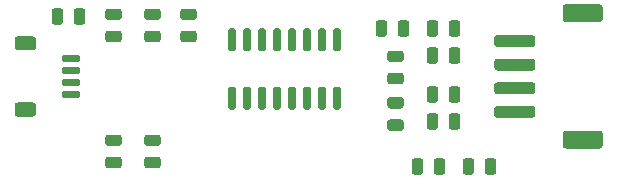
<source format=gbr>
%TF.GenerationSoftware,KiCad,Pcbnew,(5.1.6-0-10_14)*%
%TF.CreationDate,2020-11-28T13:39:01-08:00*%
%TF.ProjectId,NAU7802_Dual_24-bit_ADC,4e415537-3830-4325-9f44-75616c5f3234,v02*%
%TF.SameCoordinates,Original*%
%TF.FileFunction,Paste,Top*%
%TF.FilePolarity,Positive*%
%FSLAX46Y46*%
G04 Gerber Fmt 4.6, Leading zero omitted, Abs format (unit mm)*
G04 Created by KiCad (PCBNEW (5.1.6-0-10_14)) date 2020-11-28 13:39:01*
%MOMM*%
%LPD*%
G01*
G04 APERTURE LIST*
G04 APERTURE END LIST*
%TO.C,U1*%
G36*
G01*
X147343000Y-99465000D02*
X147043000Y-99465000D01*
G75*
G02*
X146893000Y-99315000I0J150000D01*
G01*
X146893000Y-97665000D01*
G75*
G02*
X147043000Y-97515000I150000J0D01*
G01*
X147343000Y-97515000D01*
G75*
G02*
X147493000Y-97665000I0J-150000D01*
G01*
X147493000Y-99315000D01*
G75*
G02*
X147343000Y-99465000I-150000J0D01*
G01*
G37*
G36*
G01*
X148613000Y-99465000D02*
X148313000Y-99465000D01*
G75*
G02*
X148163000Y-99315000I0J150000D01*
G01*
X148163000Y-97665000D01*
G75*
G02*
X148313000Y-97515000I150000J0D01*
G01*
X148613000Y-97515000D01*
G75*
G02*
X148763000Y-97665000I0J-150000D01*
G01*
X148763000Y-99315000D01*
G75*
G02*
X148613000Y-99465000I-150000J0D01*
G01*
G37*
G36*
G01*
X149883000Y-99465000D02*
X149583000Y-99465000D01*
G75*
G02*
X149433000Y-99315000I0J150000D01*
G01*
X149433000Y-97665000D01*
G75*
G02*
X149583000Y-97515000I150000J0D01*
G01*
X149883000Y-97515000D01*
G75*
G02*
X150033000Y-97665000I0J-150000D01*
G01*
X150033000Y-99315000D01*
G75*
G02*
X149883000Y-99465000I-150000J0D01*
G01*
G37*
G36*
G01*
X151153000Y-99465000D02*
X150853000Y-99465000D01*
G75*
G02*
X150703000Y-99315000I0J150000D01*
G01*
X150703000Y-97665000D01*
G75*
G02*
X150853000Y-97515000I150000J0D01*
G01*
X151153000Y-97515000D01*
G75*
G02*
X151303000Y-97665000I0J-150000D01*
G01*
X151303000Y-99315000D01*
G75*
G02*
X151153000Y-99465000I-150000J0D01*
G01*
G37*
G36*
G01*
X152423000Y-99465000D02*
X152123000Y-99465000D01*
G75*
G02*
X151973000Y-99315000I0J150000D01*
G01*
X151973000Y-97665000D01*
G75*
G02*
X152123000Y-97515000I150000J0D01*
G01*
X152423000Y-97515000D01*
G75*
G02*
X152573000Y-97665000I0J-150000D01*
G01*
X152573000Y-99315000D01*
G75*
G02*
X152423000Y-99465000I-150000J0D01*
G01*
G37*
G36*
G01*
X153693000Y-99465000D02*
X153393000Y-99465000D01*
G75*
G02*
X153243000Y-99315000I0J150000D01*
G01*
X153243000Y-97665000D01*
G75*
G02*
X153393000Y-97515000I150000J0D01*
G01*
X153693000Y-97515000D01*
G75*
G02*
X153843000Y-97665000I0J-150000D01*
G01*
X153843000Y-99315000D01*
G75*
G02*
X153693000Y-99465000I-150000J0D01*
G01*
G37*
G36*
G01*
X154963000Y-99465000D02*
X154663000Y-99465000D01*
G75*
G02*
X154513000Y-99315000I0J150000D01*
G01*
X154513000Y-97665000D01*
G75*
G02*
X154663000Y-97515000I150000J0D01*
G01*
X154963000Y-97515000D01*
G75*
G02*
X155113000Y-97665000I0J-150000D01*
G01*
X155113000Y-99315000D01*
G75*
G02*
X154963000Y-99465000I-150000J0D01*
G01*
G37*
G36*
G01*
X156233000Y-99465000D02*
X155933000Y-99465000D01*
G75*
G02*
X155783000Y-99315000I0J150000D01*
G01*
X155783000Y-97665000D01*
G75*
G02*
X155933000Y-97515000I150000J0D01*
G01*
X156233000Y-97515000D01*
G75*
G02*
X156383000Y-97665000I0J-150000D01*
G01*
X156383000Y-99315000D01*
G75*
G02*
X156233000Y-99465000I-150000J0D01*
G01*
G37*
G36*
G01*
X156233000Y-104415000D02*
X155933000Y-104415000D01*
G75*
G02*
X155783000Y-104265000I0J150000D01*
G01*
X155783000Y-102615000D01*
G75*
G02*
X155933000Y-102465000I150000J0D01*
G01*
X156233000Y-102465000D01*
G75*
G02*
X156383000Y-102615000I0J-150000D01*
G01*
X156383000Y-104265000D01*
G75*
G02*
X156233000Y-104415000I-150000J0D01*
G01*
G37*
G36*
G01*
X154963000Y-104415000D02*
X154663000Y-104415000D01*
G75*
G02*
X154513000Y-104265000I0J150000D01*
G01*
X154513000Y-102615000D01*
G75*
G02*
X154663000Y-102465000I150000J0D01*
G01*
X154963000Y-102465000D01*
G75*
G02*
X155113000Y-102615000I0J-150000D01*
G01*
X155113000Y-104265000D01*
G75*
G02*
X154963000Y-104415000I-150000J0D01*
G01*
G37*
G36*
G01*
X153693000Y-104415000D02*
X153393000Y-104415000D01*
G75*
G02*
X153243000Y-104265000I0J150000D01*
G01*
X153243000Y-102615000D01*
G75*
G02*
X153393000Y-102465000I150000J0D01*
G01*
X153693000Y-102465000D01*
G75*
G02*
X153843000Y-102615000I0J-150000D01*
G01*
X153843000Y-104265000D01*
G75*
G02*
X153693000Y-104415000I-150000J0D01*
G01*
G37*
G36*
G01*
X152423000Y-104415000D02*
X152123000Y-104415000D01*
G75*
G02*
X151973000Y-104265000I0J150000D01*
G01*
X151973000Y-102615000D01*
G75*
G02*
X152123000Y-102465000I150000J0D01*
G01*
X152423000Y-102465000D01*
G75*
G02*
X152573000Y-102615000I0J-150000D01*
G01*
X152573000Y-104265000D01*
G75*
G02*
X152423000Y-104415000I-150000J0D01*
G01*
G37*
G36*
G01*
X151153000Y-104415000D02*
X150853000Y-104415000D01*
G75*
G02*
X150703000Y-104265000I0J150000D01*
G01*
X150703000Y-102615000D01*
G75*
G02*
X150853000Y-102465000I150000J0D01*
G01*
X151153000Y-102465000D01*
G75*
G02*
X151303000Y-102615000I0J-150000D01*
G01*
X151303000Y-104265000D01*
G75*
G02*
X151153000Y-104415000I-150000J0D01*
G01*
G37*
G36*
G01*
X149883000Y-104415000D02*
X149583000Y-104415000D01*
G75*
G02*
X149433000Y-104265000I0J150000D01*
G01*
X149433000Y-102615000D01*
G75*
G02*
X149583000Y-102465000I150000J0D01*
G01*
X149883000Y-102465000D01*
G75*
G02*
X150033000Y-102615000I0J-150000D01*
G01*
X150033000Y-104265000D01*
G75*
G02*
X149883000Y-104415000I-150000J0D01*
G01*
G37*
G36*
G01*
X148613000Y-104415000D02*
X148313000Y-104415000D01*
G75*
G02*
X148163000Y-104265000I0J150000D01*
G01*
X148163000Y-102615000D01*
G75*
G02*
X148313000Y-102465000I150000J0D01*
G01*
X148613000Y-102465000D01*
G75*
G02*
X148763000Y-102615000I0J-150000D01*
G01*
X148763000Y-104265000D01*
G75*
G02*
X148613000Y-104415000I-150000J0D01*
G01*
G37*
G36*
G01*
X147343000Y-104415000D02*
X147043000Y-104415000D01*
G75*
G02*
X146893000Y-104265000I0J150000D01*
G01*
X146893000Y-102615000D01*
G75*
G02*
X147043000Y-102465000I150000J0D01*
G01*
X147343000Y-102465000D01*
G75*
G02*
X147493000Y-102615000I0J-150000D01*
G01*
X147493000Y-104265000D01*
G75*
G02*
X147343000Y-104415000I-150000J0D01*
G01*
G37*
%TD*%
%TO.C,C1*%
G36*
G01*
X160579750Y-103350000D02*
X161492250Y-103350000D01*
G75*
G02*
X161736000Y-103593750I0J-243750D01*
G01*
X161736000Y-104081250D01*
G75*
G02*
X161492250Y-104325000I-243750J0D01*
G01*
X160579750Y-104325000D01*
G75*
G02*
X160336000Y-104081250I0J243750D01*
G01*
X160336000Y-103593750D01*
G75*
G02*
X160579750Y-103350000I243750J0D01*
G01*
G37*
G36*
G01*
X160579750Y-105225000D02*
X161492250Y-105225000D01*
G75*
G02*
X161736000Y-105468750I0J-243750D01*
G01*
X161736000Y-105956250D01*
G75*
G02*
X161492250Y-106200000I-243750J0D01*
G01*
X160579750Y-106200000D01*
G75*
G02*
X160336000Y-105956250I0J243750D01*
G01*
X160336000Y-105468750D01*
G75*
G02*
X160579750Y-105225000I243750J0D01*
G01*
G37*
%TD*%
%TO.C,C2*%
G36*
G01*
X161492250Y-100388000D02*
X160579750Y-100388000D01*
G75*
G02*
X160336000Y-100144250I0J243750D01*
G01*
X160336000Y-99656750D01*
G75*
G02*
X160579750Y-99413000I243750J0D01*
G01*
X161492250Y-99413000D01*
G75*
G02*
X161736000Y-99656750I0J-243750D01*
G01*
X161736000Y-100144250D01*
G75*
G02*
X161492250Y-100388000I-243750J0D01*
G01*
G37*
G36*
G01*
X161492250Y-102263000D02*
X160579750Y-102263000D01*
G75*
G02*
X160336000Y-102019250I0J243750D01*
G01*
X160336000Y-101531750D01*
G75*
G02*
X160579750Y-101288000I243750J0D01*
G01*
X161492250Y-101288000D01*
G75*
G02*
X161736000Y-101531750I0J-243750D01*
G01*
X161736000Y-102019250D01*
G75*
G02*
X161492250Y-102263000I-243750J0D01*
G01*
G37*
%TD*%
%TO.C,C3*%
G36*
G01*
X140005750Y-108400000D02*
X140918250Y-108400000D01*
G75*
G02*
X141162000Y-108643750I0J-243750D01*
G01*
X141162000Y-109131250D01*
G75*
G02*
X140918250Y-109375000I-243750J0D01*
G01*
X140005750Y-109375000D01*
G75*
G02*
X139762000Y-109131250I0J243750D01*
G01*
X139762000Y-108643750D01*
G75*
G02*
X140005750Y-108400000I243750J0D01*
G01*
G37*
G36*
G01*
X140005750Y-106525000D02*
X140918250Y-106525000D01*
G75*
G02*
X141162000Y-106768750I0J-243750D01*
G01*
X141162000Y-107256250D01*
G75*
G02*
X140918250Y-107500000I-243750J0D01*
G01*
X140005750Y-107500000D01*
G75*
G02*
X139762000Y-107256250I0J243750D01*
G01*
X139762000Y-106768750D01*
G75*
G02*
X140005750Y-106525000I243750J0D01*
G01*
G37*
%TD*%
%TO.C,C4*%
G36*
G01*
X136703750Y-106525000D02*
X137616250Y-106525000D01*
G75*
G02*
X137860000Y-106768750I0J-243750D01*
G01*
X137860000Y-107256250D01*
G75*
G02*
X137616250Y-107500000I-243750J0D01*
G01*
X136703750Y-107500000D01*
G75*
G02*
X136460000Y-107256250I0J243750D01*
G01*
X136460000Y-106768750D01*
G75*
G02*
X136703750Y-106525000I243750J0D01*
G01*
G37*
G36*
G01*
X136703750Y-108400000D02*
X137616250Y-108400000D01*
G75*
G02*
X137860000Y-108643750I0J-243750D01*
G01*
X137860000Y-109131250D01*
G75*
G02*
X137616250Y-109375000I-243750J0D01*
G01*
X136703750Y-109375000D01*
G75*
G02*
X136460000Y-109131250I0J243750D01*
G01*
X136460000Y-108643750D01*
G75*
G02*
X136703750Y-108400000I243750J0D01*
G01*
G37*
%TD*%
%TO.C,C5*%
G36*
G01*
X168598000Y-109676250D02*
X168598000Y-108763750D01*
G75*
G02*
X168841750Y-108520000I243750J0D01*
G01*
X169329250Y-108520000D01*
G75*
G02*
X169573000Y-108763750I0J-243750D01*
G01*
X169573000Y-109676250D01*
G75*
G02*
X169329250Y-109920000I-243750J0D01*
G01*
X168841750Y-109920000D01*
G75*
G02*
X168598000Y-109676250I0J243750D01*
G01*
G37*
G36*
G01*
X166723000Y-109676250D02*
X166723000Y-108763750D01*
G75*
G02*
X166966750Y-108520000I243750J0D01*
G01*
X167454250Y-108520000D01*
G75*
G02*
X167698000Y-108763750I0J-243750D01*
G01*
X167698000Y-109676250D01*
G75*
G02*
X167454250Y-109920000I-243750J0D01*
G01*
X166966750Y-109920000D01*
G75*
G02*
X166723000Y-109676250I0J243750D01*
G01*
G37*
%TD*%
%TO.C,C6*%
G36*
G01*
X165255000Y-108763750D02*
X165255000Y-109676250D01*
G75*
G02*
X165011250Y-109920000I-243750J0D01*
G01*
X164523750Y-109920000D01*
G75*
G02*
X164280000Y-109676250I0J243750D01*
G01*
X164280000Y-108763750D01*
G75*
G02*
X164523750Y-108520000I243750J0D01*
G01*
X165011250Y-108520000D01*
G75*
G02*
X165255000Y-108763750I0J-243750D01*
G01*
G37*
G36*
G01*
X163380000Y-108763750D02*
X163380000Y-109676250D01*
G75*
G02*
X163136250Y-109920000I-243750J0D01*
G01*
X162648750Y-109920000D01*
G75*
G02*
X162405000Y-109676250I0J243750D01*
G01*
X162405000Y-108763750D01*
G75*
G02*
X162648750Y-108520000I243750J0D01*
G01*
X163136250Y-108520000D01*
G75*
G02*
X163380000Y-108763750I0J-243750D01*
G01*
G37*
%TD*%
%TO.C,C7*%
G36*
G01*
X159357000Y-97992250D02*
X159357000Y-97079750D01*
G75*
G02*
X159600750Y-96836000I243750J0D01*
G01*
X160088250Y-96836000D01*
G75*
G02*
X160332000Y-97079750I0J-243750D01*
G01*
X160332000Y-97992250D01*
G75*
G02*
X160088250Y-98236000I-243750J0D01*
G01*
X159600750Y-98236000D01*
G75*
G02*
X159357000Y-97992250I0J243750D01*
G01*
G37*
G36*
G01*
X161232000Y-97992250D02*
X161232000Y-97079750D01*
G75*
G02*
X161475750Y-96836000I243750J0D01*
G01*
X161963250Y-96836000D01*
G75*
G02*
X162207000Y-97079750I0J-243750D01*
G01*
X162207000Y-97992250D01*
G75*
G02*
X161963250Y-98236000I-243750J0D01*
G01*
X161475750Y-98236000D01*
G75*
G02*
X161232000Y-97992250I0J243750D01*
G01*
G37*
%TD*%
%TO.C,D1*%
G36*
G01*
X131925000Y-96976250D02*
X131925000Y-96063750D01*
G75*
G02*
X132168750Y-95820000I243750J0D01*
G01*
X132656250Y-95820000D01*
G75*
G02*
X132900000Y-96063750I0J-243750D01*
G01*
X132900000Y-96976250D01*
G75*
G02*
X132656250Y-97220000I-243750J0D01*
G01*
X132168750Y-97220000D01*
G75*
G02*
X131925000Y-96976250I0J243750D01*
G01*
G37*
G36*
G01*
X133800000Y-96976250D02*
X133800000Y-96063750D01*
G75*
G02*
X134043750Y-95820000I243750J0D01*
G01*
X134531250Y-95820000D01*
G75*
G02*
X134775000Y-96063750I0J-243750D01*
G01*
X134775000Y-96976250D01*
G75*
G02*
X134531250Y-97220000I-243750J0D01*
G01*
X134043750Y-97220000D01*
G75*
G02*
X133800000Y-96976250I0J243750D01*
G01*
G37*
%TD*%
%TO.C,J1*%
G36*
G01*
X172640000Y-105100000D02*
X169640000Y-105100000D01*
G75*
G02*
X169390000Y-104850000I0J250000D01*
G01*
X169390000Y-104350000D01*
G75*
G02*
X169640000Y-104100000I250000J0D01*
G01*
X172640000Y-104100000D01*
G75*
G02*
X172890000Y-104350000I0J-250000D01*
G01*
X172890000Y-104850000D01*
G75*
G02*
X172640000Y-105100000I-250000J0D01*
G01*
G37*
G36*
G01*
X172640000Y-103100000D02*
X169640000Y-103100000D01*
G75*
G02*
X169390000Y-102850000I0J250000D01*
G01*
X169390000Y-102350000D01*
G75*
G02*
X169640000Y-102100000I250000J0D01*
G01*
X172640000Y-102100000D01*
G75*
G02*
X172890000Y-102350000I0J-250000D01*
G01*
X172890000Y-102850000D01*
G75*
G02*
X172640000Y-103100000I-250000J0D01*
G01*
G37*
G36*
G01*
X172640000Y-101100000D02*
X169640000Y-101100000D01*
G75*
G02*
X169390000Y-100850000I0J250000D01*
G01*
X169390000Y-100350000D01*
G75*
G02*
X169640000Y-100100000I250000J0D01*
G01*
X172640000Y-100100000D01*
G75*
G02*
X172890000Y-100350000I0J-250000D01*
G01*
X172890000Y-100850000D01*
G75*
G02*
X172640000Y-101100000I-250000J0D01*
G01*
G37*
G36*
G01*
X172640000Y-99100000D02*
X169640000Y-99100000D01*
G75*
G02*
X169390000Y-98850000I0J250000D01*
G01*
X169390000Y-98350000D01*
G75*
G02*
X169640000Y-98100000I250000J0D01*
G01*
X172640000Y-98100000D01*
G75*
G02*
X172890000Y-98350000I0J-250000D01*
G01*
X172890000Y-98850000D01*
G75*
G02*
X172640000Y-99100000I-250000J0D01*
G01*
G37*
G36*
G01*
X178340000Y-107700000D02*
X175440000Y-107700000D01*
G75*
G02*
X175190000Y-107450000I0J250000D01*
G01*
X175190000Y-106450000D01*
G75*
G02*
X175440000Y-106200000I250000J0D01*
G01*
X178340000Y-106200000D01*
G75*
G02*
X178590000Y-106450000I0J-250000D01*
G01*
X178590000Y-107450000D01*
G75*
G02*
X178340000Y-107700000I-250000J0D01*
G01*
G37*
G36*
G01*
X178340000Y-97000000D02*
X175440000Y-97000000D01*
G75*
G02*
X175190000Y-96750000I0J250000D01*
G01*
X175190000Y-95750000D01*
G75*
G02*
X175440000Y-95500000I250000J0D01*
G01*
X178340000Y-95500000D01*
G75*
G02*
X178590000Y-95750000I0J-250000D01*
G01*
X178590000Y-96750000D01*
G75*
G02*
X178340000Y-97000000I-250000J0D01*
G01*
G37*
%TD*%
%TO.C,J3*%
G36*
G01*
X132947000Y-99800000D02*
X134197000Y-99800000D01*
G75*
G02*
X134347000Y-99950000I0J-150000D01*
G01*
X134347000Y-100250000D01*
G75*
G02*
X134197000Y-100400000I-150000J0D01*
G01*
X132947000Y-100400000D01*
G75*
G02*
X132797000Y-100250000I0J150000D01*
G01*
X132797000Y-99950000D01*
G75*
G02*
X132947000Y-99800000I150000J0D01*
G01*
G37*
G36*
G01*
X132947000Y-100800000D02*
X134197000Y-100800000D01*
G75*
G02*
X134347000Y-100950000I0J-150000D01*
G01*
X134347000Y-101250000D01*
G75*
G02*
X134197000Y-101400000I-150000J0D01*
G01*
X132947000Y-101400000D01*
G75*
G02*
X132797000Y-101250000I0J150000D01*
G01*
X132797000Y-100950000D01*
G75*
G02*
X132947000Y-100800000I150000J0D01*
G01*
G37*
G36*
G01*
X132947000Y-101800000D02*
X134197000Y-101800000D01*
G75*
G02*
X134347000Y-101950000I0J-150000D01*
G01*
X134347000Y-102250000D01*
G75*
G02*
X134197000Y-102400000I-150000J0D01*
G01*
X132947000Y-102400000D01*
G75*
G02*
X132797000Y-102250000I0J150000D01*
G01*
X132797000Y-101950000D01*
G75*
G02*
X132947000Y-101800000I150000J0D01*
G01*
G37*
G36*
G01*
X132947000Y-102800000D02*
X134197000Y-102800000D01*
G75*
G02*
X134347000Y-102950000I0J-150000D01*
G01*
X134347000Y-103250000D01*
G75*
G02*
X134197000Y-103400000I-150000J0D01*
G01*
X132947000Y-103400000D01*
G75*
G02*
X132797000Y-103250000I0J150000D01*
G01*
X132797000Y-102950000D01*
G75*
G02*
X132947000Y-102800000I150000J0D01*
G01*
G37*
G36*
G01*
X129046999Y-98200000D02*
X130347001Y-98200000D01*
G75*
G02*
X130597000Y-98449999I0J-249999D01*
G01*
X130597000Y-99150001D01*
G75*
G02*
X130347001Y-99400000I-249999J0D01*
G01*
X129046999Y-99400000D01*
G75*
G02*
X128797000Y-99150001I0J249999D01*
G01*
X128797000Y-98449999D01*
G75*
G02*
X129046999Y-98200000I249999J0D01*
G01*
G37*
G36*
G01*
X129046999Y-103800000D02*
X130347001Y-103800000D01*
G75*
G02*
X130597000Y-104049999I0J-249999D01*
G01*
X130597000Y-104750001D01*
G75*
G02*
X130347001Y-105000000I-249999J0D01*
G01*
X129046999Y-105000000D01*
G75*
G02*
X128797000Y-104750001I0J249999D01*
G01*
X128797000Y-104049999D01*
G75*
G02*
X129046999Y-103800000I249999J0D01*
G01*
G37*
%TD*%
%TO.C,R1*%
G36*
G01*
X163675000Y-103580250D02*
X163675000Y-102667750D01*
G75*
G02*
X163918750Y-102424000I243750J0D01*
G01*
X164406250Y-102424000D01*
G75*
G02*
X164650000Y-102667750I0J-243750D01*
G01*
X164650000Y-103580250D01*
G75*
G02*
X164406250Y-103824000I-243750J0D01*
G01*
X163918750Y-103824000D01*
G75*
G02*
X163675000Y-103580250I0J243750D01*
G01*
G37*
G36*
G01*
X165550000Y-103580250D02*
X165550000Y-102667750D01*
G75*
G02*
X165793750Y-102424000I243750J0D01*
G01*
X166281250Y-102424000D01*
G75*
G02*
X166525000Y-102667750I0J-243750D01*
G01*
X166525000Y-103580250D01*
G75*
G02*
X166281250Y-103824000I-243750J0D01*
G01*
X165793750Y-103824000D01*
G75*
G02*
X165550000Y-103580250I0J243750D01*
G01*
G37*
%TD*%
%TO.C,R2*%
G36*
G01*
X165550000Y-105866250D02*
X165550000Y-104953750D01*
G75*
G02*
X165793750Y-104710000I243750J0D01*
G01*
X166281250Y-104710000D01*
G75*
G02*
X166525000Y-104953750I0J-243750D01*
G01*
X166525000Y-105866250D01*
G75*
G02*
X166281250Y-106110000I-243750J0D01*
G01*
X165793750Y-106110000D01*
G75*
G02*
X165550000Y-105866250I0J243750D01*
G01*
G37*
G36*
G01*
X163675000Y-105866250D02*
X163675000Y-104953750D01*
G75*
G02*
X163918750Y-104710000I243750J0D01*
G01*
X164406250Y-104710000D01*
G75*
G02*
X164650000Y-104953750I0J-243750D01*
G01*
X164650000Y-105866250D01*
G75*
G02*
X164406250Y-106110000I-243750J0D01*
G01*
X163918750Y-106110000D01*
G75*
G02*
X163675000Y-105866250I0J243750D01*
G01*
G37*
%TD*%
%TO.C,R3*%
G36*
G01*
X163675000Y-100278250D02*
X163675000Y-99365750D01*
G75*
G02*
X163918750Y-99122000I243750J0D01*
G01*
X164406250Y-99122000D01*
G75*
G02*
X164650000Y-99365750I0J-243750D01*
G01*
X164650000Y-100278250D01*
G75*
G02*
X164406250Y-100522000I-243750J0D01*
G01*
X163918750Y-100522000D01*
G75*
G02*
X163675000Y-100278250I0J243750D01*
G01*
G37*
G36*
G01*
X165550000Y-100278250D02*
X165550000Y-99365750D01*
G75*
G02*
X165793750Y-99122000I243750J0D01*
G01*
X166281250Y-99122000D01*
G75*
G02*
X166525000Y-99365750I0J-243750D01*
G01*
X166525000Y-100278250D01*
G75*
G02*
X166281250Y-100522000I-243750J0D01*
G01*
X165793750Y-100522000D01*
G75*
G02*
X165550000Y-100278250I0J243750D01*
G01*
G37*
%TD*%
%TO.C,R4*%
G36*
G01*
X165550000Y-97992250D02*
X165550000Y-97079750D01*
G75*
G02*
X165793750Y-96836000I243750J0D01*
G01*
X166281250Y-96836000D01*
G75*
G02*
X166525000Y-97079750I0J-243750D01*
G01*
X166525000Y-97992250D01*
G75*
G02*
X166281250Y-98236000I-243750J0D01*
G01*
X165793750Y-98236000D01*
G75*
G02*
X165550000Y-97992250I0J243750D01*
G01*
G37*
G36*
G01*
X163675000Y-97992250D02*
X163675000Y-97079750D01*
G75*
G02*
X163918750Y-96836000I243750J0D01*
G01*
X164406250Y-96836000D01*
G75*
G02*
X164650000Y-97079750I0J-243750D01*
G01*
X164650000Y-97992250D01*
G75*
G02*
X164406250Y-98236000I-243750J0D01*
G01*
X163918750Y-98236000D01*
G75*
G02*
X163675000Y-97992250I0J243750D01*
G01*
G37*
%TD*%
%TO.C,R5*%
G36*
G01*
X136703750Y-95857000D02*
X137616250Y-95857000D01*
G75*
G02*
X137860000Y-96100750I0J-243750D01*
G01*
X137860000Y-96588250D01*
G75*
G02*
X137616250Y-96832000I-243750J0D01*
G01*
X136703750Y-96832000D01*
G75*
G02*
X136460000Y-96588250I0J243750D01*
G01*
X136460000Y-96100750D01*
G75*
G02*
X136703750Y-95857000I243750J0D01*
G01*
G37*
G36*
G01*
X136703750Y-97732000D02*
X137616250Y-97732000D01*
G75*
G02*
X137860000Y-97975750I0J-243750D01*
G01*
X137860000Y-98463250D01*
G75*
G02*
X137616250Y-98707000I-243750J0D01*
G01*
X136703750Y-98707000D01*
G75*
G02*
X136460000Y-98463250I0J243750D01*
G01*
X136460000Y-97975750D01*
G75*
G02*
X136703750Y-97732000I243750J0D01*
G01*
G37*
%TD*%
%TO.C,R6*%
G36*
G01*
X143053750Y-95857000D02*
X143966250Y-95857000D01*
G75*
G02*
X144210000Y-96100750I0J-243750D01*
G01*
X144210000Y-96588250D01*
G75*
G02*
X143966250Y-96832000I-243750J0D01*
G01*
X143053750Y-96832000D01*
G75*
G02*
X142810000Y-96588250I0J243750D01*
G01*
X142810000Y-96100750D01*
G75*
G02*
X143053750Y-95857000I243750J0D01*
G01*
G37*
G36*
G01*
X143053750Y-97732000D02*
X143966250Y-97732000D01*
G75*
G02*
X144210000Y-97975750I0J-243750D01*
G01*
X144210000Y-98463250D01*
G75*
G02*
X143966250Y-98707000I-243750J0D01*
G01*
X143053750Y-98707000D01*
G75*
G02*
X142810000Y-98463250I0J243750D01*
G01*
X142810000Y-97975750D01*
G75*
G02*
X143053750Y-97732000I243750J0D01*
G01*
G37*
%TD*%
%TO.C,R7*%
G36*
G01*
X140005750Y-97732000D02*
X140918250Y-97732000D01*
G75*
G02*
X141162000Y-97975750I0J-243750D01*
G01*
X141162000Y-98463250D01*
G75*
G02*
X140918250Y-98707000I-243750J0D01*
G01*
X140005750Y-98707000D01*
G75*
G02*
X139762000Y-98463250I0J243750D01*
G01*
X139762000Y-97975750D01*
G75*
G02*
X140005750Y-97732000I243750J0D01*
G01*
G37*
G36*
G01*
X140005750Y-95857000D02*
X140918250Y-95857000D01*
G75*
G02*
X141162000Y-96100750I0J-243750D01*
G01*
X141162000Y-96588250D01*
G75*
G02*
X140918250Y-96832000I-243750J0D01*
G01*
X140005750Y-96832000D01*
G75*
G02*
X139762000Y-96588250I0J243750D01*
G01*
X139762000Y-96100750D01*
G75*
G02*
X140005750Y-95857000I243750J0D01*
G01*
G37*
%TD*%
M02*

</source>
